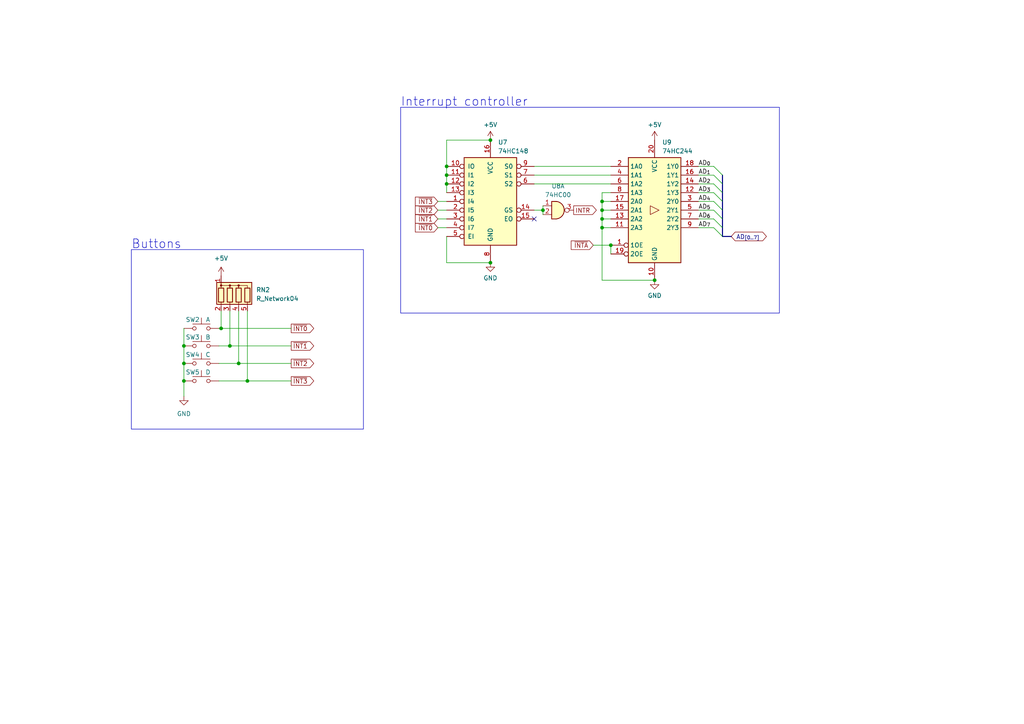
<source format=kicad_sch>
(kicad_sch (version 20230121) (generator eeschema)
  (paper "A4")
  (lib_symbols
    (symbol "74hc00_small:74HC00" (pin_names (offset 1.016))
      (property "Reference" "U" (at 6.35 8.89 0))
      (property "Value" "74HC00" (at 6.35 6.35 0))
      (symbol "74HC00_1_1"
        (arc (start -2.54 -2.54) (mid -0.1829 0) (end -2.54 2.54) (stroke (width 0.254)) (fill (type background)))
        (polyline (pts (xy -2.54 2.54) (xy -3.81 2.54) (xy -3.81 -2.54) (xy -2.54 -2.54)) (stroke (width 0.254)) (fill (type background)))
        (pin input line (at -6.35 1.27 0) (length 2.54) (name "~") (number "1"))
        (pin input line (at -6.35 -1.27 0) (length 2.54) (name "~") (number "2"))
        (pin output inverted (at 2.54 0 180) (length 2.54) (name "~") (number "3"))
      )
      (symbol "74HC00_1_2"
        (arc (start -3.81 -3.81) (mid -2.589 0) (end -3.81 3.81) (stroke (width 0.254)))
        (arc (start -0.6096 -3.81) (mid 2.1842 -2.5851) (end 3.81 0) (stroke (width 0.254)) (fill (type background)))
        (polyline (pts (xy -3.81 -3.81) (xy -0.635 -3.81)) (stroke (width 0.254)) (fill (type background)))
        (polyline (pts (xy -3.81 3.81) (xy -0.635 3.81)) (stroke (width 0.254)) (fill (type background)))
        (polyline (pts (xy -0.635 3.81) (xy -3.81 3.81) (xy -3.81 3.81) (xy -3.556 3.4036) (xy -3.0226 2.2606) (xy -2.6924 1.0414) (xy -2.6162 -0.254) (xy -2.7686 -1.4986) (xy -3.175 -2.7178) (xy -3.81 -3.81) (xy -3.81 -3.81) (xy -0.635 -3.81)) (stroke (width -25.4)) (fill (type background)))
        (arc (start 3.81 0) (mid 2.1915 2.5936) (end -0.6096 3.81) (stroke (width 0.254)) (fill (type background)))
        (pin input inverted (at -7.62 2.54 0) (length 4.318) (name "~") (number "1"))
        (pin input inverted (at -7.62 -2.54 0) (length 4.318) (name "~") (number "2"))
        (pin output line (at 7.62 0 180) (length 3.81) (name "~") (number "3"))
      )
      (symbol "74HC00_2_1"
        (arc (start -2.54 -2.54) (mid -0.1829 0) (end -2.54 2.54) (stroke (width 0.254)) (fill (type background)))
        (polyline (pts (xy -2.54 2.54) (xy -3.81 2.54) (xy -3.81 -2.54) (xy -2.54 -2.54)) (stroke (width 0.254)) (fill (type background)))
        (pin input line (at -6.35 1.27 0) (length 2.54) (name "~") (number "4"))
        (pin input line (at -6.35 -1.27 0) (length 2.54) (name "~") (number "5"))
        (pin output inverted (at 2.54 0 180) (length 2.54) (name "~") (number "6"))
      )
      (symbol "74HC00_2_2"
        (arc (start -3.81 -3.81) (mid -2.589 0) (end -3.81 3.81) (stroke (width 0.254)))
        (arc (start -0.6096 -3.81) (mid 2.1842 -2.5851) (end 3.81 0) (stroke (width 0.254)) (fill (type background)))
        (polyline (pts (xy -3.81 -3.81) (xy -0.635 -3.81)) (stroke (width 0.254)) (fill (type background)))
        (polyline (pts (xy -3.81 3.81) (xy -0.635 3.81)) (stroke (width 0.254)) (fill (type background)))
        (polyline (pts (xy -0.635 3.81) (xy -3.81 3.81) (xy -3.81 3.81) (xy -3.556 3.4036) (xy -3.0226 2.2606) (xy -2.6924 1.0414) (xy -2.6162 -0.254) (xy -2.7686 -1.4986) (xy -3.175 -2.7178) (xy -3.81 -3.81) (xy -3.81 -3.81) (xy -0.635 -3.81)) (stroke (width -25.4)) (fill (type background)))
        (arc (start 3.81 0) (mid 2.1915 2.5936) (end -0.6096 3.81) (stroke (width 0.254)) (fill (type background)))
        (pin input inverted (at -7.62 2.54 0) (length 4.318) (name "~") (number "4"))
        (pin input inverted (at -7.62 -2.54 0) (length 4.318) (name "~") (number "5"))
        (pin output line (at 7.62 0 180) (length 3.81) (name "~") (number "6"))
      )
      (symbol "74HC00_3_1"
        (arc (start -2.54 -2.54) (mid -0.1829 0) (end -2.54 2.54) (stroke (width 0.254)) (fill (type background)))
        (polyline (pts (xy -2.54 2.54) (xy -3.81 2.54) (xy -3.81 -2.54) (xy -2.54 -2.54)) (stroke (width 0.254)) (fill (type background)))
        (pin input line (at -6.35 -1.27 0) (length 2.54) (name "~") (number "10"))
        (pin output inverted (at 2.54 0 180) (length 2.54) (name "~") (number "8"))
        (pin input line (at -6.35 1.27 0) (length 2.54) (name "~") (number "9"))
      )
      (symbol "74HC00_3_2"
        (arc (start -3.81 -3.81) (mid -2.589 0) (end -3.81 3.81) (stroke (width 0.254)))
        (arc (start -0.6096 -3.81) (mid 2.1842 -2.5851) (end 3.81 0) (stroke (width 0.254)) (fill (type background)))
        (polyline (pts (xy -3.81 -3.81) (xy -0.635 -3.81)) (stroke (width 0.254)) (fill (type background)))
        (polyline (pts (xy -3.81 3.81) (xy -0.635 3.81)) (stroke (width 0.254)) (fill (type background)))
        (polyline (pts (xy -0.635 3.81) (xy -3.81 3.81) (xy -3.81 3.81) (xy -3.556 3.4036) (xy -3.0226 2.2606) (xy -2.6924 1.0414) (xy -2.6162 -0.254) (xy -2.7686 -1.4986) (xy -3.175 -2.7178) (xy -3.81 -3.81) (xy -3.81 -3.81) (xy -0.635 -3.81)) (stroke (width -25.4)) (fill (type background)))
        (arc (start 3.81 0) (mid 2.1915 2.5936) (end -0.6096 3.81) (stroke (width 0.254)) (fill (type background)))
        (pin input inverted (at -7.62 -2.54 0) (length 4.318) (name "~") (number "10"))
        (pin output line (at 7.62 0 180) (length 3.81) (name "~") (number "8"))
        (pin input inverted (at -7.62 2.54 0) (length 4.318) (name "~") (number "9"))
      )
      (symbol "74HC00_4_1"
        (arc (start -2.54 -2.54) (mid -0.1829 0) (end -2.54 2.54) (stroke (width 0.254)) (fill (type background)))
        (polyline (pts (xy -2.54 2.54) (xy -3.81 2.54) (xy -3.81 -2.54) (xy -2.54 -2.54)) (stroke (width 0.254)) (fill (type background)))
        (pin output inverted (at 2.54 0 180) (length 2.54) (name "~") (number "11"))
        (pin input line (at -6.35 1.27 0) (length 2.54) (name "~") (number "12"))
        (pin input line (at -6.35 -1.27 0) (length 2.54) (name "~") (number "13"))
      )
      (symbol "74HC00_4_2"
        (arc (start -3.81 -3.81) (mid -2.589 0) (end -3.81 3.81) (stroke (width 0.254)))
        (arc (start -0.6096 -3.81) (mid 2.1842 -2.5851) (end 3.81 0) (stroke (width 0.254)) (fill (type background)))
        (polyline (pts (xy -3.81 -3.81) (xy -0.635 -3.81)) (stroke (width 0.254)) (fill (type background)))
        (polyline (pts (xy -3.81 3.81) (xy -0.635 3.81)) (stroke (width 0.254)) (fill (type background)))
        (polyline (pts (xy -0.635 3.81) (xy -3.81 3.81) (xy -3.81 3.81) (xy -3.556 3.4036) (xy -3.0226 2.2606) (xy -2.6924 1.0414) (xy -2.6162 -0.254) (xy -2.7686 -1.4986) (xy -3.175 -2.7178) (xy -3.81 -3.81) (xy -3.81 -3.81) (xy -0.635 -3.81)) (stroke (width -25.4)) (fill (type background)))
        (arc (start 3.81 0) (mid 2.1915 2.5936) (end -0.6096 3.81) (stroke (width 0.254)) (fill (type background)))
        (pin output line (at 7.62 0 180) (length 3.81) (name "~") (number "11"))
        (pin input inverted (at -7.62 2.54 0) (length 4.318) (name "~") (number "12"))
        (pin input inverted (at -7.62 -2.54 0) (length 4.318) (name "~") (number "13"))
      )
      (symbol "74HC00_5_0"
        (pin power_in line (at 0 7.62 270) (length 2.54) (name "VCC") (number "14"))
        (pin power_in line (at 0 -7.62 90) (length 2.54) (name "GND") (number "7"))
      )
      (symbol "74HC00_5_1"
        (rectangle (start -2.54 5.08) (end 2.54 -5.08) (stroke (width 0.254)) (fill (type background)))
      )
    )
    (symbol "74xx:74HC244"
      (property "Reference" "U" (at -7.62 16.51 0))
      (property "Value" "74HC244" (at -7.62 -16.51 0))
      (symbol "74HC244_1_0"
        (polyline (pts (xy 1.27 0) (xy -1.27 1.27) (xy -1.27 -1.27) (xy 1.27 0)) (stroke (width 0.1524)))
        (pin input inverted (at -12.7 -10.16 0) (length 5.08) (name "1OE") (number "1"))
        (pin power_in line (at 0 -20.32 90) (length 5.08) (name "GND") (number "10"))
        (pin input line (at -12.7 -5.08 0) (length 5.08) (name "2A3") (number "11"))
        (pin tri_state line (at 12.7 5.08 180) (length 5.08) (name "1Y3") (number "12"))
        (pin input line (at -12.7 -2.54 0) (length 5.08) (name "2A2") (number "13"))
        (pin tri_state line (at 12.7 7.62 180) (length 5.08) (name "1Y2") (number "14"))
        (pin input line (at -12.7 0 0) (length 5.08) (name "2A1") (number "15"))
        (pin tri_state line (at 12.7 10.16 180) (length 5.08) (name "1Y1") (number "16"))
        (pin input line (at -12.7 2.54 0) (length 5.08) (name "2A0") (number "17"))
        (pin tri_state line (at 12.7 12.7 180) (length 5.08) (name "1Y0") (number "18"))
        (pin input inverted (at -12.7 -12.7 0) (length 5.08) (name "2OE") (number "19"))
        (pin input line (at -12.7 12.7 0) (length 5.08) (name "1A0") (number "2"))
        (pin power_in line (at 0 20.32 270) (length 5.08) (name "VCC") (number "20"))
        (pin tri_state line (at 12.7 2.54 180) (length 5.08) (name "2Y0") (number "3"))
        (pin input line (at -12.7 10.16 0) (length 5.08) (name "1A1") (number "4"))
        (pin tri_state line (at 12.7 0 180) (length 5.08) (name "2Y1") (number "5"))
        (pin input line (at -12.7 7.62 0) (length 5.08) (name "1A2") (number "6"))
        (pin tri_state line (at 12.7 -2.54 180) (length 5.08) (name "2Y2") (number "7"))
        (pin input line (at -12.7 5.08 0) (length 5.08) (name "1A3") (number "8"))
        (pin tri_state line (at 12.7 -5.08 180) (length 5.08) (name "2Y3") (number "9"))
      )
      (symbol "74HC244_1_1"
        (rectangle (start -7.62 15.24) (end 7.62 -15.24) (stroke (width 0.254)) (fill (type background)))
      )
    )
    (symbol "74xx:74LS148" (pin_names (offset 1.016))
      (property "Reference" "U" (at -7.62 13.97 0))
      (property "Value" "74LS148" (at -7.62 -13.97 0))
      (symbol "74LS148_1_0"
        (pin input inverted (at -12.7 0 0) (length 5.08) (name "I4") (number "1"))
        (pin input inverted (at -12.7 10.16 0) (length 5.08) (name "IO") (number "10"))
        (pin input inverted (at -12.7 7.62 0) (length 5.08) (name "I1") (number "11"))
        (pin input inverted (at -12.7 5.08 0) (length 5.08) (name "I2") (number "12"))
        (pin input inverted (at -12.7 2.54 0) (length 5.08) (name "I3") (number "13"))
        (pin output inverted (at 12.7 -2.54 180) (length 5.08) (name "GS") (number "14"))
        (pin output inverted (at 12.7 -5.08 180) (length 5.08) (name "EO") (number "15"))
        (pin power_in line (at 0 17.78 270) (length 5.08) (name "VCC") (number "16"))
        (pin input inverted (at -12.7 -2.54 0) (length 5.08) (name "I5") (number "2"))
        (pin input inverted (at -12.7 -5.08 0) (length 5.08) (name "I6") (number "3"))
        (pin input inverted (at -12.7 -7.62 0) (length 5.08) (name "I7") (number "4"))
        (pin input inverted (at -12.7 -10.16 0) (length 5.08) (name "EI") (number "5"))
        (pin output inverted (at 12.7 5.08 180) (length 5.08) (name "S2") (number "6"))
        (pin output inverted (at 12.7 7.62 180) (length 5.08) (name "S1") (number "7"))
        (pin power_in line (at 0 -17.78 90) (length 5.08) (name "GND") (number "8"))
        (pin output inverted (at 12.7 10.16 180) (length 5.08) (name "S0") (number "9"))
      )
      (symbol "74LS148_1_1"
        (rectangle (start -7.62 12.7) (end 7.62 -12.7) (stroke (width 0.254)) (fill (type background)))
      )
    )
    (symbol "Device:R_Network04" (pin_names (offset 0) hide)
      (property "Reference" "RN" (at -7.62 0 90))
      (property "Value" "R_Network04" (at 5.08 0 90))
      (symbol "R_Network04_0_1"
        (rectangle (start -6.35 -3.175) (end 3.81 3.175) (stroke (width 0.254)) (fill (type background)))
        (rectangle (start -5.842 1.524) (end -4.318 -2.54) (stroke (width 0.254)))
        (circle (center -5.08 2.286) (radius 0.254) (fill (type outline)))
        (rectangle (start -3.302 1.524) (end -1.778 -2.54) (stroke (width 0.254)))
        (circle (center -2.54 2.286) (radius 0.254) (fill (type outline)))
        (rectangle (start -0.762 1.524) (end 0.762 -2.54) (stroke (width 0.254)))
        (polyline (pts (xy -5.08 -2.54) (xy -5.08 -3.81)))
        (polyline (pts (xy -2.54 -2.54) (xy -2.54 -3.81)))
        (polyline (pts (xy 0 -2.54) (xy 0 -3.81)))
        (polyline (pts (xy 2.54 -2.54) (xy 2.54 -3.81)))
        (polyline (pts (xy -5.08 1.524) (xy -5.08 2.286) (xy -2.54 2.286) (xy -2.54 1.524)))
        (polyline (pts (xy -2.54 1.524) (xy -2.54 2.286) (xy 0 2.286) (xy 0 1.524)))
        (polyline (pts (xy 0 1.524) (xy 0 2.286) (xy 2.54 2.286) (xy 2.54 1.524)))
        (circle (center 0 2.286) (radius 0.254) (fill (type outline)))
        (rectangle (start 1.778 1.524) (end 3.302 -2.54) (stroke (width 0.254)))
      )
      (symbol "R_Network04_1_1"
        (pin passive line (at -5.08 5.08 270) (length 2.54) (name "common") (number "1"))
        (pin passive line (at -5.08 -5.08 90) (length 1.27) (name "R1") (number "2"))
        (pin passive line (at -2.54 -5.08 90) (length 1.27) (name "R2") (number "3"))
        (pin passive line (at 0 -5.08 90) (length 1.27) (name "R3") (number "4"))
        (pin passive line (at 2.54 -5.08 90) (length 1.27) (name "R4") (number "5"))
      )
    )
    (symbol "Switch:SW_Push" (pin_numbers hide) (pin_names (offset 1.016) hide)
      (property "Reference" "SW" (at 1.27 2.54 0))
      (property "Value" "SW_Push" (at 0 -1.524 0))
      (symbol "SW_Push_0_1"
        (circle (center -2.032 0) (radius 0.508))
        (polyline (pts (xy 0 1.27) (xy 0 3.048)))
        (polyline (pts (xy 2.54 1.27) (xy -2.54 1.27)))
        (circle (center 2.032 0) (radius 0.508))
        (pin passive line (at -5.08 0 0) (length 2.54) (name "1") (number "1"))
        (pin passive line (at 5.08 0 180) (length 2.54) (name "2") (number "2"))
      )
    )
    (symbol "power:+5V" (power) (pin_names (offset 0))
      (property "Value" "+5V" (at 0 3.556 0))
      (symbol "+5V_0_1"
        (polyline (pts (xy -0.762 1.27) (xy 0 2.54)))
        (polyline (pts (xy 0 0) (xy 0 2.54)))
        (polyline (pts (xy 0 2.54) (xy 0.762 1.27)))
      )
      (symbol "+5V_1_1"
        (pin power_in line (at 0 0 90) (length 0) hide (name "+5V") (number "1"))
      )
    )
    (symbol "power:GND" (power) (pin_names (offset 0))
      (property "Value" "GND" (at 0 -3.81 0))
      (symbol "GND_0_1"
        (polyline (pts (xy 0 0) (xy 0 -1.27) (xy 1.27 -1.27) (xy 0 -2.54) (xy -1.27 -1.27) (xy 0 -1.27)))
      )
      (symbol "GND_1_1"
        (pin power_in line (at 0 0 270) (length 0) hide (name "GND") (number "1"))
      )
    )
  )
  (junction (at 71.755 110.49))
  (junction (at 66.675 100.33))
  (junction (at 174.625 66.04))
  (junction (at 157.48 60.96))
  (junction (at 53.34 100.33))
  (junction (at 129.54 50.8))
  (junction (at 189.865 81.28))
  (junction (at 142.24 76.2))
  (junction (at 53.34 105.41))
  (junction (at 64.135 95.25))
  (junction (at 174.625 63.5))
  (junction (at 174.625 60.96))
  (junction (at 142.24 40.64))
  (junction (at 69.215 105.41))
  (junction (at 53.34 110.49))
  (junction (at 174.625 58.42))
  (junction (at 129.54 48.26))
  (junction (at 129.54 53.34))
  (junction (at 177.165 71.12))
  (no_connect (at 154.94 63.5))
  (bus_entry (at 207.01 48.26) (size 2.54 2.54))
  (bus_entry (at 207.01 55.88) (size 2.54 2.54))
  (bus_entry (at 207.01 58.42) (size 2.54 2.54))
  (bus_entry (at 207.01 60.96) (size 2.54 2.54))
  (bus_entry (at 207.01 53.34) (size 2.54 2.54))
  (bus_entry (at 207.01 50.8) (size 2.54 2.54))
  (bus_entry (at 207.01 66.04) (size 2.54 2.54))
  (bus_entry (at 207.01 63.5) (size 2.54 2.54))
  (wire (pts (xy 207.01 60.96) (xy 202.565 60.96)))
  (bus (pts (xy 209.55 53.34) (xy 209.55 55.88)))
  (wire (pts (xy 69.215 90.17) (xy 69.215 105.41)))
  (wire (pts (xy 177.165 55.88) (xy 174.625 55.88)))
  (bus (pts (xy 209.55 55.88) (xy 209.55 58.42)))
  (wire (pts (xy 53.34 114.935) (xy 53.34 110.49)))
  (wire (pts (xy 53.34 110.49) (xy 53.34 105.41)))
  (wire (pts (xy 202.565 48.26) (xy 207.01 48.26)))
  (wire (pts (xy 129.54 48.26) (xy 129.54 40.64)))
  (wire (pts (xy 174.625 58.42) (xy 174.625 60.96)))
  (wire (pts (xy 154.94 48.26) (xy 177.165 48.26)))
  (wire (pts (xy 172.085 71.12) (xy 177.165 71.12)))
  (wire (pts (xy 202.565 50.8) (xy 207.01 50.8)))
  (wire (pts (xy 177.165 66.04) (xy 174.625 66.04)))
  (bus (pts (xy 209.55 60.96) (xy 209.55 63.5)))
  (bus (pts (xy 209.55 68.58) (xy 212.09 68.58)))
  (wire (pts (xy 53.34 105.41) (xy 53.34 100.33)))
  (wire (pts (xy 64.135 95.25) (xy 63.5 95.25)))
  (wire (pts (xy 157.48 59.69) (xy 157.48 60.96)))
  (wire (pts (xy 174.625 63.5) (xy 174.625 66.04)))
  (wire (pts (xy 71.755 110.49) (xy 63.5 110.49)))
  (wire (pts (xy 127 58.42) (xy 129.54 58.42)))
  (wire (pts (xy 154.94 53.34) (xy 177.165 53.34)))
  (wire (pts (xy 174.625 55.88) (xy 174.625 58.42)))
  (wire (pts (xy 66.675 100.33) (xy 63.5 100.33)))
  (wire (pts (xy 127 60.96) (xy 129.54 60.96)))
  (wire (pts (xy 129.54 53.34) (xy 129.54 50.8)))
  (wire (pts (xy 127 63.5) (xy 129.54 63.5)))
  (wire (pts (xy 154.94 50.8) (xy 177.165 50.8)))
  (wire (pts (xy 129.54 55.88) (xy 129.54 53.34)))
  (wire (pts (xy 177.165 58.42) (xy 174.625 58.42)))
  (wire (pts (xy 202.565 58.42) (xy 207.01 58.42)))
  (wire (pts (xy 177.165 60.96) (xy 174.625 60.96)))
  (wire (pts (xy 84.455 110.49) (xy 71.755 110.49)))
  (wire (pts (xy 64.135 90.17) (xy 64.135 95.25)))
  (wire (pts (xy 202.565 66.04) (xy 207.01 66.04)))
  (wire (pts (xy 202.565 55.88) (xy 207.01 55.88)))
  (bus (pts (xy 209.55 58.42) (xy 209.55 60.96)))
  (wire (pts (xy 177.165 63.5) (xy 174.625 63.5)))
  (wire (pts (xy 174.625 81.28) (xy 189.865 81.28)))
  (bus (pts (xy 209.55 66.04) (xy 209.55 68.58)))
  (wire (pts (xy 177.165 71.12) (xy 177.165 73.66)))
  (wire (pts (xy 53.34 100.33) (xy 53.34 95.25)))
  (bus (pts (xy 209.55 63.5) (xy 209.55 66.04)))
  (wire (pts (xy 174.625 60.96) (xy 174.625 63.5)))
  (wire (pts (xy 157.48 60.96) (xy 157.48 62.23)))
  (wire (pts (xy 84.455 95.25) (xy 64.135 95.25)))
  (wire (pts (xy 174.625 66.04) (xy 174.625 81.28)))
  (wire (pts (xy 202.565 63.5) (xy 207.01 63.5)))
  (wire (pts (xy 129.54 50.8) (xy 129.54 48.26)))
  (bus (pts (xy 209.55 50.8) (xy 209.55 53.34)))
  (wire (pts (xy 127 66.04) (xy 129.54 66.04)))
  (wire (pts (xy 69.215 105.41) (xy 63.5 105.41)))
  (wire (pts (xy 66.675 90.17) (xy 66.675 100.33)))
  (wire (pts (xy 202.565 53.34) (xy 207.01 53.34)))
  (wire (pts (xy 129.54 76.2) (xy 142.24 76.2)))
  (wire (pts (xy 129.54 40.64) (xy 142.24 40.64)))
  (wire (pts (xy 154.94 60.96) (xy 157.48 60.96)))
  (wire (pts (xy 84.455 100.33) (xy 66.675 100.33)))
  (wire (pts (xy 71.755 90.17) (xy 71.755 110.49)))
  (wire (pts (xy 84.455 105.41) (xy 69.215 105.41)))
  (wire (pts (xy 129.54 68.58) (xy 129.54 76.2)))
  (rectangle (start 116.205 31.115) (end 226.06 90.805))
  (rectangle (start 38.1 72.39) (end 105.41 124.46))
  (text "Interrupt controller" (at 116.205 31.115 0) (effects (font (size 2.54 2.54)) (justify left bottom)))
  (text "Buttons" (at 38.1 72.39 0) (effects (font (size 2.54 2.54)) (justify left bottom)))
  (label "AD_{5}" (at 202.565 60.96 0))
  (label "AD_{0}" (at 202.565 48.26 0))
  (label "AD_{4}" (at 202.565 58.42 0))
  (label "AD_{3}" (at 202.565 55.88 0))
  (label "AD_{6}" (at 202.565 63.5 0))
  (label "AD_{7}" (at 202.565 66.04 0))
  (label "AD_{1}" (at 202.565 50.8 0))
  (label "AD_{2}" (at 202.565 53.34 0))
  (global_label "INTR" (shape output) (at 166.37 60.96 0) (property "Intersheetrefs" "${INTERSHEET_REFS}" (effects hide)))
  (global_label "~{INT1}" (shape input) (at 127 63.5 180) (property "Intersheetrefs" "${INTERSHEET_REFS}" (effects hide)))
  (global_label "~{INT3}" (shape output) (at 84.455 110.49 0) (property "Intersheetrefs" "${INTERSHEET_REFS}" (effects hide)))
  (global_label "~{INT0}" (shape input) (at 127 66.04 180) (property "Intersheetrefs" "${INTERSHEET_REFS}" (effects hide)))
  (global_label "~{INTA}" (shape input) (at 172.085 71.12 180) (property "Intersheetrefs" "${INTERSHEET_REFS}" (effects hide)))
  (global_label "~{INT0}" (shape output) (at 84.455 95.25 0) (property "Intersheetrefs" "${INTERSHEET_REFS}" (effects hide)))
  (global_label "~{INT3}" (shape input) (at 127 58.42 180) (property "Intersheetrefs" "${INTERSHEET_REFS}" (effects hide)))
  (global_label "~{INT2}" (shape output) (at 84.455 105.41 0) (property "Intersheetrefs" "${INTERSHEET_REFS}" (effects hide)))
  (global_label "~{INT2}" (shape input) (at 127 60.96 180) (property "Intersheetrefs" "${INTERSHEET_REFS}" (effects hide)))
  (global_label "AD_{[0..7]}" (shape bidirectional) (at 212.09 68.58 0) (property "Intersheetrefs" "${INTERSHEET_REFS}" (effects hide)))
  (global_label "~{INT1}" (shape output) (at 84.455 100.33 0) (property "Intersheetrefs" "${INTERSHEET_REFS}" (effects hide)))
  (symbol (lib_id "Switch:SW_Push") (at 58.42 110.49 0) (unit 1)
    (property "Reference" "SW5" (at 55.88 107.95 0))
    (property "Value" "D" (at 60.325 107.95 0))
    (property "Footprint" "Button_Switch_THT:SW_PUSH_6mm_H5mm" (effects hide))
  )
  (symbol (lib_id "power:+5V") (at 189.865 40.64 0) (unit 1)
    (property "Reference" "#PWR011" (effects hide))
    (property "Value" "+5V" (at 189.865 36.195 0))
    (instances (project "main" (path "" (reference "#PWR011") (unit 1)) (path "" (reference "#PWR024") (unit 1))))
  )
  (symbol (lib_id "power:GND") (at 189.865 81.28 0) (unit 1)
    (property "Reference" "#PWR017" (effects hide))
    (property "Value" "GND" (at 189.865 85.725 0))
    (instances (project "main" (path "" (reference "#PWR017") (unit 1)) (path "" (reference "#PWR030") (unit 1))))
  )
  (symbol (lib_id "power:+5V") (at 142.24 40.64 0) (unit 1)
    (property "Reference" "#PWR010" (effects hide))
    (property "Value" "+5V" (at 142.24 36.195 0))
    (instances (project "main" (path "" (reference "#PWR010") (unit 1)) (path "" (reference "#PWR015") (unit 1))))
  )
  (symbol (lib_id "74xx:74LS148") (at 142.24 58.42 0) (unit 1)
    (property "Reference" "U7" (at 144.4341 41.275 0) (effects (justify left)))
    (property "Value" "74HC148" (at 144.4341 43.815 0) (effects (justify left)))
    (property "Footprint" "Package_DIP:DIP-16_W7.62mm_Socket" (effects hide))
    (property "Datasheet" "http://www.ti.com/lit/gpn/sn74LS148" (effects hide))
  )
  (symbol (lib_id "Switch:SW_Push") (at 58.42 95.25 0) (unit 1)
    (property "Reference" "SW2" (at 55.88 92.71 0))
    (property "Value" "A" (at 60.325 92.71 0))
    (property "Footprint" "Button_Switch_THT:SW_PUSH_6mm_H5mm" (effects hide))
  )
  (symbol (lib_id "Switch:SW_Push") (at 58.42 100.33 0) (unit 1)
    (property "Reference" "SW3" (at 55.88 97.79 0))
    (property "Value" "B" (at 60.325 97.79 0))
    (property "Footprint" "Button_Switch_THT:SW_PUSH_6mm_H5mm" (effects hide))
  )
  (symbol (lib_id "power:GND") (at 142.24 76.2 0) (unit 1)
    (property "Reference" "#PWR015" (effects hide))
    (property "Value" "GND" (at 142.24 80.645 0))
    (instances (project "main" (path "" (reference "#PWR015") (unit 1)) (path "" (reference "#PWR017") (unit 1))))
  )
  (symbol (lib_id "Switch:SW_Push") (at 58.42 105.41 0) (unit 1)
    (property "Reference" "SW4" (at 55.88 102.87 0))
    (property "Value" "C" (at 60.325 102.87 0))
    (property "Footprint" "Button_Switch_THT:SW_PUSH_6mm_H5mm" (effects hide))
  )
  (symbol (lib_id "74hc00_small:74HC00") (at 163.83 60.96 0) (unit 1)
    (property "Reference" "U8" (at 161.8615 53.975 0))
    (property "Value" "74HC00" (at 161.8615 56.515 0))
    (property "Footprint" "Package_DIP:DIP-14_W7.62mm_Socket" (effects hide))
    (property "Datasheet" "http://www.ti.com/lit/gpn/sn74hc00" (effects hide))
  )
  (symbol (lib_id "power:+5V") (at 64.135 80.01 0) (unit 1)
    (property "Reference" "#PWR024" (effects hide))
    (property "Value" "+5V" (at 64.135 74.93 0))
    (instances (project "main" (path "" (reference "#PWR024") (unit 1)) (path "" (reference "#PWR011") (unit 1))))
  )
  (symbol (lib_id "74xx:74HC244") (at 189.865 60.96 0) (unit 1)
    (property "Reference" "U9" (at 192.0591 41.275 0) (effects (justify left)))
    (property "Value" "74HC244" (at 192.0591 43.815 0) (effects (justify left)))
    (property "Footprint" "Package_DIP:DIP-20_W7.62mm_Socket" (effects hide))
    (property "Datasheet" "https://assets.nexperia.com/documents/data-sheet/74HC_HCT244.pdf" (effects hide))
  )
  (symbol (lib_id "Device:R_Network04") (at 69.215 85.09 0) (unit 1)
    (property "Reference" "RN2" (at 74.295 84.074 0) (effects (justify left)))
    (property "Value" "R_Network04" (at 74.295 86.614 0) (effects (justify left)))
    (property "Footprint" "Resistor_THT:R_Array_SIP5" (effects hide))
    (property "Datasheet" "http://www.vishay.com/docs/31509/csc.pdf" (effects hide))
  )
  (symbol (lib_id "power:GND") (at 53.34 114.935 0) (unit 1)
    (property "Reference" "#PWR030" (effects hide))
    (property "Value" "GND" (at 53.34 120.015 0))
    (instances (project "main" (path "" (reference "#PWR030") (unit 1)) (path "" (reference "#PWR010") (unit 1))))
  )
)
</source>
